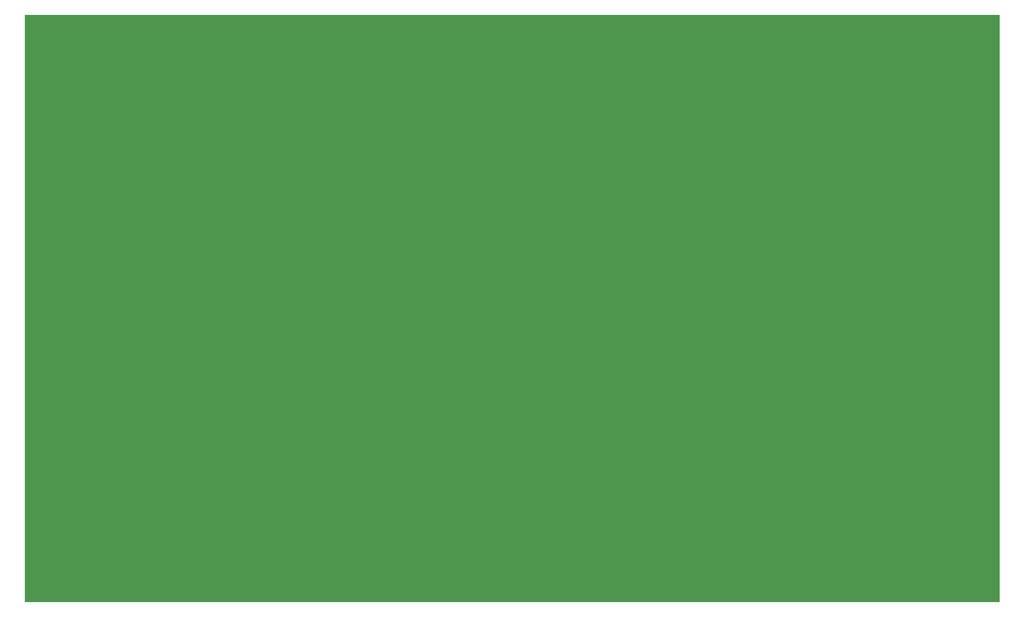
<source format=gbr>
G04 DipTrace 2.3.1.0*
%INBoard.gbr*%
%MOIN*%
%ADD11C,0.0055*%
%FSLAX44Y44*%
G04*
G70*
G90*
G75*
G01*
%LNBoardPoly*%
%LPD*%
G36*
X69291Y43307D2*
D11*
X3937D1*
Y3937D1*
X69291D1*
Y43307D1*
G37*
M02*

</source>
